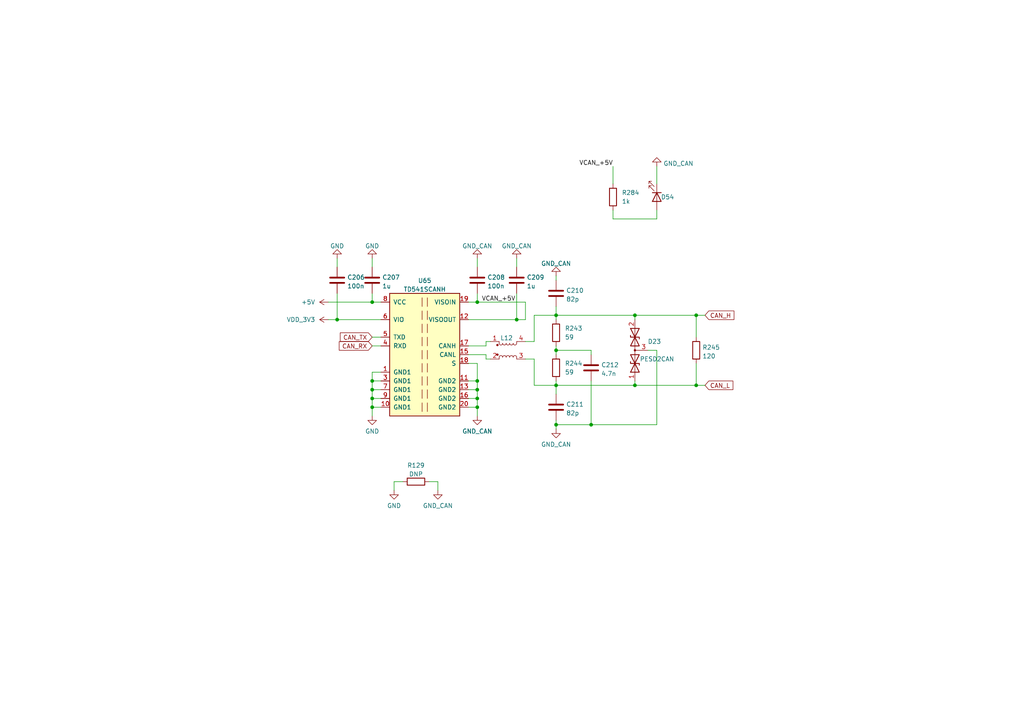
<source format=kicad_sch>
(kicad_sch (version 20231120) (generator "eeschema") (generator_version "8.0")
  (paper "A4")
  (lib_symbols
    (symbol "Device:C" (pin_numbers hide) (pin_names (offset 0.254))
      (property "Reference" "C" (at 0.635 2.54 0))
      (property "Value" "C" (at 0.635 -2.54 0))
      (symbol "C_0_1"
        (polyline (pts (xy -2.032 -0.762) (xy 2.032 -0.762)) (stroke (width 0.508)))
        (polyline (pts (xy -2.032 0.762) (xy 2.032 0.762)) (stroke (width 0.508)))
      )
      (symbol "C_1_1"
        (pin passive line (at 0 3.81 270) (length 2.794) (name "~") (number "1"))
        (pin passive line (at 0 -3.81 90) (length 2.794) (name "~") (number "2"))
      )
    )
    (symbol "Device:D_TVS_Dual_AAC" (pin_names (offset 1.016) hide)
      (property "Reference" "D" (at 0 4.445 0))
      (property "Value" "D_TVS_Dual_AAC" (at 0 2.54 0))
      (symbol "D_TVS_Dual_AAC_0_0"
        (polyline (pts (xy 0 -1.27) (xy 0 0)))
      )
      (symbol "D_TVS_Dual_AAC_0_1"
        (polyline (pts (xy -6.35 0) (xy 6.35 0)))
        (polyline (pts (xy -3.302 1.27) (xy -3.81 1.27) (xy -3.81 -1.27) (xy -4.318 -1.27)) (stroke (width 0.254)))
        (polyline (pts (xy 4.318 1.27) (xy 3.81 1.27) (xy 3.81 -1.27) (xy 3.302 -1.27)) (stroke (width 0.254)))
        (polyline (pts (xy -6.35 1.27) (xy -1.27 -1.27) (xy -1.27 1.27) (xy -6.35 -1.27) (xy -6.35 1.27)) (stroke (width 0.254)))
        (polyline (pts (xy 6.35 1.27) (xy 1.27 -1.27) (xy 1.27 1.27) (xy 6.35 -1.27) (xy 6.35 1.27)) (stroke (width 0.254)))
        (circle (center 0 0) (radius 0.254) (fill (type outline)))
      )
      (symbol "D_TVS_Dual_AAC_1_1"
        (pin passive line (at -8.89 0 0) (length 2.54) (name "A1") (number "1"))
        (pin passive line (at 8.89 0 180) (length 2.54) (name "A2") (number "2"))
        (pin input line (at 0 -3.81 90) (length 2.54) (name "common") (number "3"))
      )
    )
    (symbol "Device:LED" (pin_numbers hide) (pin_names (offset 1.016) hide)
      (property "Reference" "D" (at 0 2.54 0))
      (property "Value" "LED" (at 0 -2.54 0))
      (symbol "LED_0_1"
        (polyline (pts (xy -1.27 -1.27) (xy -1.27 1.27)) (stroke (width 0.254)))
        (polyline (pts (xy -1.27 0) (xy 1.27 0)))
        (polyline (pts (xy 1.27 -1.27) (xy 1.27 1.27) (xy -1.27 0) (xy 1.27 -1.27)) (stroke (width 0.254)))
        (polyline (pts (xy -3.048 -0.762) (xy -4.572 -2.286) (xy -3.81 -2.286) (xy -4.572 -2.286) (xy -4.572 -1.524)))
        (polyline (pts (xy -1.778 -0.762) (xy -3.302 -2.286) (xy -2.54 -2.286) (xy -3.302 -2.286) (xy -3.302 -1.524)))
      )
      (symbol "LED_1_1"
        (pin passive line (at -3.81 0 0) (length 2.54) (name "K") (number "1"))
        (pin passive line (at 3.81 0 180) (length 2.54) (name "A") (number "2"))
      )
    )
    (symbol "Device:L_Coupled_1423" (pin_names (offset 0.254) hide)
      (property "Reference" "L" (at 0 4.445 0))
      (property "Value" "L_Coupled_1423" (at 0 -4.445 0))
      (symbol "L_Coupled_1423_0_1"
        (circle (center -3.048 -1.27) (radius 0.254) (fill (type outline)))
        (circle (center -3.048 1.524) (radius 0.254) (fill (type outline)))
        (arc (start -2.54 2.032) (mid -2.032 1.5262) (end -1.524 2.032))
        (arc (start -1.524 -2.032) (mid -2.032 -1.5262) (end -2.54 -2.032))
        (arc (start -1.524 2.032) (mid -1.016 1.5262) (end -0.508 2.032))
        (arc (start -0.508 -2.032) (mid -1.016 -1.5262) (end -1.524 -2.032))
        (arc (start -0.508 2.032) (mid 0 1.5262) (end 0.508 2.032))
        (polyline (pts (xy -2.54 -2.032) (xy -2.54 -2.54)))
        (polyline (pts (xy -2.54 2.032) (xy -2.54 2.54)))
        (polyline (pts (xy 2.54 -2.032) (xy 2.54 -2.54)))
        (polyline (pts (xy 2.54 2.54) (xy 2.54 2.032)))
        (arc (start 0.508 -2.032) (mid 0 -1.5262) (end -0.508 -2.032))
        (arc (start 0.508 2.032) (mid 1.016 1.5262) (end 1.524 2.032))
        (arc (start 1.524 -2.032) (mid 1.016 -1.5262) (end 0.508 -2.032))
        (arc (start 1.524 2.032) (mid 2.032 1.5262) (end 2.54 2.032))
        (arc (start 2.54 -2.032) (mid 2.032 -1.5262) (end 1.524 -2.032))
      )
      (symbol "L_Coupled_1423_1_1"
        (pin passive line (at -5.08 2.54 0) (length 2.54) (name "1") (number "1"))
        (pin passive line (at -5.08 -2.54 0) (length 2.54) (name "2") (number "2"))
        (pin passive line (at 5.08 -2.54 180) (length 2.54) (name "3") (number "3"))
        (pin passive line (at 5.08 2.54 180) (length 2.54) (name "4") (number "4"))
      )
    )
    (symbol "Device:R" (pin_numbers hide) (pin_names (offset 0))
      (property "Reference" "R" (at 2.032 0 90))
      (property "Value" "R" (at 0 0 90))
      (symbol "R_0_1"
        (rectangle (start -1.016 -2.54) (end 1.016 2.54) (stroke (width 0.254)))
      )
      (symbol "R_1_1"
        (pin passive line (at 0 3.81 270) (length 1.27) (name "~") (number "1"))
        (pin passive line (at 0 -3.81 90) (length 1.27) (name "~") (number "2"))
      )
    )
    (symbol "GND_1" (power) (pin_names (offset 0))
      (property "Value" "GND_1" (at 0 -3.81 0))
      (symbol "GND_1_0_1"
        (polyline (pts (xy 0 0) (xy 0 -1.27) (xy 1.27 -1.27) (xy 0 -2.54) (xy -1.27 -1.27) (xy 0 -1.27)))
      )
      (symbol "GND_1_1_1"
        (pin power_in line (at 0 0 270) (length 0) hide (name "GND") (number "1"))
      )
    )
    (symbol "GND_2" (power) (pin_names (offset 0))
      (property "Value" "GND_2" (at 0 -3.81 0))
      (symbol "GND_2_0_1"
        (polyline (pts (xy 0 0) (xy 0 -1.27) (xy 1.27 -1.27) (xy 0 -2.54) (xy -1.27 -1.27) (xy 0 -1.27)))
      )
      (symbol "GND_2_1_1"
        (pin power_in line (at 0 0 270) (length 0) hide (name "GND") (number "1"))
      )
    )
    (symbol "Project_Library:GND_CAN" (power) (pin_names (offset 0))
      (property "Value" "GND_CAN" (at 0 -3.81 0))
      (symbol "GND_CAN_0_1"
        (polyline (pts (xy 0 0) (xy 0 -1.27) (xy 1.27 -1.27) (xy 0 -2.54) (xy -1.27 -1.27) (xy 0 -1.27)))
      )
      (symbol "GND_CAN_1_1"
        (pin power_in line (at 0 0 270) (length 0) hide (name "GND_CAN") (number "1"))
      )
    )
    (symbol "Project_Library:TD541SCANH" (pin_names (offset 1.016))
      (property "Reference" "U" (at -10.16 19.05 0))
      (property "Value" "TD541SCANH" (at 10.16 19.05 0))
      (symbol "TD541SCANH_0_1"
        (rectangle (start -10.16 17.78) (end 10.16 -17.78) (stroke (width 0.254)) (fill (type background)))
        (polyline (pts (xy -0.762 -13.97) (xy -0.762 -16.51)))
        (polyline (pts (xy -0.762 -10.16) (xy -0.762 -12.7)))
        (polyline (pts (xy -0.762 -6.35) (xy -0.762 -8.89)))
        (polyline (pts (xy -0.762 -2.54) (xy -0.762 -5.08)))
        (polyline (pts (xy -0.762 1.27) (xy -0.762 -1.27)))
        (polyline (pts (xy -0.762 5.08) (xy -0.762 2.54)))
        (polyline (pts (xy -0.762 8.89) (xy -0.762 6.35)))
        (polyline (pts (xy -0.762 12.7) (xy -0.762 10.16)))
        (polyline (pts (xy -0.762 16.51) (xy -0.762 13.97)))
        (polyline (pts (xy 0.762 -13.97) (xy 0.762 -16.51)))
        (polyline (pts (xy 0.762 -10.16) (xy 0.762 -12.7)))
        (polyline (pts (xy 0.762 -6.35) (xy 0.762 -8.89)))
        (polyline (pts (xy 0.762 -2.54) (xy 0.762 -5.08)))
        (polyline (pts (xy 0.762 1.27) (xy 0.762 -1.27)))
        (polyline (pts (xy 0.762 2.54) (xy 0.762 5.08)))
        (polyline (pts (xy 0.762 6.35) (xy 0.762 8.89)))
        (polyline (pts (xy 0.762 10.16) (xy 0.762 12.7)))
        (polyline (pts (xy 0.762 13.97) (xy 0.762 16.51)))
      )
      (symbol "TD541SCANH_1_1"
        (pin power_in line (at -12.7 -5.08 0) (length 2.54) (name "GND1") (number "1"))
        (pin power_in line (at -12.7 -15.24 0) (length 2.54) (name "GND1") (number "10"))
        (pin power_in line (at 12.7 -7.62 180) (length 2.54) (name "GND2") (number "11"))
        (pin power_out line (at 12.7 10.16 180) (length 2.54) (name "VISOOUT") (number "12"))
        (pin power_in line (at 12.7 -10.16 180) (length 2.54) (name "GND2") (number "13"))
        (pin no_connect line (at 3.81 -17.78 90) (length 2.54) hide (name "NC") (number "14"))
        (pin bidirectional line (at 12.7 0 180) (length 2.54) (name "CANL") (number "15"))
        (pin power_in line (at 12.7 -12.7 180) (length 2.54) (name "GND2") (number "16"))
        (pin bidirectional line (at 12.7 2.54 180) (length 2.54) (name "CANH") (number "17"))
        (pin input line (at 12.7 -2.54 180) (length 2.54) (name "S") (number "18"))
        (pin power_in line (at 12.7 15.24 180) (length 2.54) (name "VISOIN") (number "19"))
        (pin no_connect line (at -2.54 -17.78 90) (length 2.54) hide (name "NC") (number "2"))
        (pin power_in line (at 12.7 -15.24 180) (length 2.54) (name "GND2") (number "20"))
        (pin power_in line (at -12.7 -7.62 0) (length 2.54) (name "GND1") (number "3"))
        (pin output line (at -12.7 2.54 0) (length 2.54) (name "RXD") (number "4"))
        (pin input line (at -12.7 5.08 0) (length 2.54) (name "TXD") (number "5"))
        (pin power_in line (at -12.7 10.16 0) (length 2.54) (name "VIO") (number "6"))
        (pin power_in line (at -12.7 -10.16 0) (length 2.54) (name "GND1") (number "7"))
        (pin power_in line (at -12.7 15.24 0) (length 2.54) (name "VCC") (number "8"))
        (pin power_in line (at -12.7 -12.7 0) (length 2.54) (name "GND1") (number "9"))
      )
    )
    (symbol "Project_Library:VDD_3V3" (power) (pin_names (offset 0))
      (property "Value" "VDD_3V3" (at 0 3.81 0))
      (symbol "VDD_3V3_0_1"
        (polyline (pts (xy -0.762 1.27) (xy 0 2.54)))
        (polyline (pts (xy 0 0) (xy 0 2.54)))
        (polyline (pts (xy 0 2.54) (xy 0.762 1.27)))
      )
      (symbol "VDD_3V3_1_1"
        (pin power_in line (at 0 0 90) (length 0) hide (name "VDD_3V3") (number "1"))
      )
    )
    (symbol "power:+5V" (power) (pin_names (offset 0))
      (property "Value" "+5V" (at 0 3.556 0))
      (symbol "+5V_0_1"
        (polyline (pts (xy -0.762 1.27) (xy 0 2.54)))
        (polyline (pts (xy 0 0) (xy 0 2.54)))
        (polyline (pts (xy 0 2.54) (xy 0.762 1.27)))
      )
      (symbol "+5V_1_1"
        (pin power_in line (at 0 0 90) (length 0) hide (name "+5V") (number "1"))
      )
    )
  )
  (junction (at 161.29 91.44))
  (junction (at 138.43 87.63))
  (junction (at 201.93 91.44))
  (junction (at 201.93 111.76))
  (junction (at 107.95 113.03))
  (junction (at 138.43 118.11))
  (junction (at 97.79 92.71))
  (junction (at 107.95 115.57))
  (junction (at 138.43 110.49))
  (junction (at 138.43 115.57))
  (junction (at 161.29 101.6))
  (junction (at 184.15 91.44))
  (junction (at 171.45 123.19))
  (junction (at 184.15 111.76))
  (junction (at 161.29 111.76))
  (junction (at 107.95 87.63))
  (junction (at 107.95 110.49))
  (junction (at 138.43 113.03))
  (junction (at 161.29 123.19))
  (junction (at 107.95 118.11))
  (junction (at 149.86 92.71))
  (wire (pts (xy 154.94 111.76) (xy 161.29 111.76)))
  (wire (pts (xy 201.93 111.76) (xy 204.47 111.76)))
  (wire (pts (xy 161.29 121.92) (xy 161.29 123.19)))
  (wire (pts (xy 114.3 139.7) (xy 114.3 142.24)))
  (wire (pts (xy 110.49 107.95) (xy 107.95 107.95)))
  (wire (pts (xy 107.95 85.09) (xy 107.95 87.63)))
  (wire (pts (xy 127 139.7) (xy 127 142.24)))
  (wire (pts (xy 107.95 115.57) (xy 107.95 118.11)))
  (wire (pts (xy 201.93 105.41) (xy 201.93 111.76)))
  (wire (pts (xy 135.89 102.87) (xy 140.97 102.87)))
  (wire (pts (xy 135.89 110.49) (xy 138.43 110.49)))
  (wire (pts (xy 190.5 101.6) (xy 187.96 101.6)))
  (wire (pts (xy 177.8 60.96) (xy 177.8 63.5)))
  (wire (pts (xy 138.43 110.49) (xy 138.43 113.03)))
  (wire (pts (xy 161.29 91.44) (xy 184.15 91.44)))
  (wire (pts (xy 107.95 115.57) (xy 110.49 115.57)))
  (wire (pts (xy 201.93 91.44) (xy 204.47 91.44)))
  (wire (pts (xy 161.29 110.49) (xy 161.29 111.76)))
  (wire (pts (xy 107.95 74.93) (xy 107.95 77.47)))
  (wire (pts (xy 154.94 99.06) (xy 154.94 91.44)))
  (wire (pts (xy 138.43 118.11) (xy 138.43 120.65)))
  (wire (pts (xy 140.97 99.06) (xy 142.24 99.06)))
  (wire (pts (xy 107.95 107.95) (xy 107.95 110.49)))
  (wire (pts (xy 138.43 113.03) (xy 138.43 115.57)))
  (wire (pts (xy 135.89 118.11) (xy 138.43 118.11)))
  (wire (pts (xy 107.95 110.49) (xy 110.49 110.49)))
  (wire (pts (xy 110.49 92.71) (xy 97.79 92.71)))
  (wire (pts (xy 152.4 92.71) (xy 149.86 92.71)))
  (wire (pts (xy 110.49 87.63) (xy 107.95 87.63)))
  (wire (pts (xy 149.86 74.93) (xy 149.86 77.47)))
  (wire (pts (xy 140.97 100.33) (xy 140.97 99.06)))
  (wire (pts (xy 138.43 115.57) (xy 138.43 118.11)))
  (wire (pts (xy 107.95 97.79) (xy 110.49 97.79)))
  (wire (pts (xy 161.29 101.6) (xy 161.29 102.87)))
  (wire (pts (xy 154.94 91.44) (xy 161.29 91.44)))
  (wire (pts (xy 95.25 92.71) (xy 97.79 92.71)))
  (wire (pts (xy 107.95 118.11) (xy 110.49 118.11)))
  (wire (pts (xy 138.43 74.93) (xy 138.43 77.47)))
  (wire (pts (xy 161.29 101.6) (xy 161.29 100.33)))
  (wire (pts (xy 107.95 110.49) (xy 107.95 113.03)))
  (wire (pts (xy 152.4 99.06) (xy 154.94 99.06)))
  (wire (pts (xy 171.45 101.6) (xy 161.29 101.6)))
  (wire (pts (xy 177.8 48.26) (xy 177.8 53.34)))
  (wire (pts (xy 161.29 111.76) (xy 161.29 114.3)))
  (wire (pts (xy 114.3 139.7) (xy 116.84 139.7)))
  (wire (pts (xy 107.95 118.11) (xy 107.95 120.65)))
  (wire (pts (xy 201.93 91.44) (xy 184.15 91.44)))
  (wire (pts (xy 107.95 100.33) (xy 110.49 100.33)))
  (wire (pts (xy 154.94 111.76) (xy 154.94 104.14)))
  (wire (pts (xy 107.95 113.03) (xy 110.49 113.03)))
  (wire (pts (xy 177.8 63.5) (xy 190.5 63.5)))
  (wire (pts (xy 149.86 92.71) (xy 149.86 85.09)))
  (wire (pts (xy 161.29 91.44) (xy 161.29 92.71)))
  (wire (pts (xy 201.93 97.79) (xy 201.93 91.44)))
  (wire (pts (xy 190.5 101.6) (xy 190.5 123.19)))
  (wire (pts (xy 154.94 104.14) (xy 152.4 104.14)))
  (wire (pts (xy 184.15 91.44) (xy 184.15 92.71)))
  (wire (pts (xy 107.95 113.03) (xy 107.95 115.57)))
  (wire (pts (xy 184.15 110.49) (xy 184.15 111.76)))
  (wire (pts (xy 138.43 105.41) (xy 138.43 110.49)))
  (wire (pts (xy 135.89 92.71) (xy 149.86 92.71)))
  (wire (pts (xy 124.46 139.7) (xy 127 139.7)))
  (wire (pts (xy 190.5 53.34) (xy 190.5 48.26)))
  (wire (pts (xy 138.43 87.63) (xy 138.43 85.09)))
  (wire (pts (xy 161.29 123.19) (xy 161.29 124.46)))
  (wire (pts (xy 135.89 113.03) (xy 138.43 113.03)))
  (wire (pts (xy 190.5 60.96) (xy 190.5 63.5)))
  (wire (pts (xy 97.79 92.71) (xy 97.79 85.09)))
  (wire (pts (xy 161.29 88.9) (xy 161.29 91.44)))
  (wire (pts (xy 140.97 102.87) (xy 140.97 104.14)))
  (wire (pts (xy 152.4 87.63) (xy 152.4 92.71)))
  (wire (pts (xy 201.93 111.76) (xy 184.15 111.76)))
  (wire (pts (xy 97.79 74.93) (xy 97.79 77.47)))
  (wire (pts (xy 140.97 104.14) (xy 142.24 104.14)))
  (wire (pts (xy 161.29 80.01) (xy 161.29 81.28)))
  (wire (pts (xy 135.89 115.57) (xy 138.43 115.57)))
  (wire (pts (xy 171.45 102.87) (xy 171.45 101.6)))
  (wire (pts (xy 138.43 87.63) (xy 152.4 87.63)))
  (wire (pts (xy 135.89 105.41) (xy 138.43 105.41)))
  (wire (pts (xy 190.5 123.19) (xy 171.45 123.19)))
  (wire (pts (xy 171.45 110.49) (xy 171.45 123.19)))
  (wire (pts (xy 95.25 87.63) (xy 107.95 87.63)))
  (wire (pts (xy 161.29 111.76) (xy 184.15 111.76)))
  (wire (pts (xy 161.29 123.19) (xy 171.45 123.19)))
  (wire (pts (xy 135.89 87.63) (xy 138.43 87.63)))
  (wire (pts (xy 135.89 100.33) (xy 140.97 100.33)))
  (label "VCAN_+5V" (at 177.8 48.26 180))
  (label "VCAN_+5V" (at 139.7 87.63 0))
  (global_label "CAN_L" (shape input) (at 204.47 111.76 0) (property "Intersheetrefs" "${INTERSHEET_REFS}" (effects (hide yes))))
  (global_label "CAN_H" (shape input) (at 204.47 91.44 0) (property "Intersheetrefs" "${INTERSHEET_REFS}" (effects (hide yes))))
  (global_label "CAN_TX" (shape input) (at 107.95 97.79 180) (property "Intersheetrefs" "${INTERSHEET_REFS}" (effects (hide yes))))
  (global_label "CAN_RX" (shape input) (at 107.95 100.33 180) (property "Intersheetrefs" "${INTERSHEET_REFS}" (effects (hide yes))))
  (symbol (lib_id "Device:C") (at 138.43 81.28 0) (unit 1)
    (property "Reference" "C208" (at 141.351 80.4453 0) (effects (justify left)))
    (property "Value" "100n" (at 141.351 82.9822 0) (effects (justify left)))
    (property "Footprint" "Capacitor_SMD:C_0603_1608Metric" (effects (hide yes)))
  )
  (symbol (lib_id "Device:R") (at 201.93 101.6 0) (unit 1)
    (property "Reference" "R245" (at 203.708 100.7653 0) (effects (justify left)))
    (property "Value" "120" (at 203.708 103.3022 0) (effects (justify left)))
    (property "Footprint" "Resistor_SMD:R_0603_1608Metric" (effects (hide yes)))
  )
  (symbol (lib_id "Project_Library:GND_CAN") (at 138.43 120.65 0) (unit 1)
    (property "Reference" "#PWR0399" (effects (hide yes)))
    (property "Value" "GND_CAN" (at 138.43 125.0934 0))
  )
  (symbol (lib_id "Project_Library:GND_CAN") (at 161.29 124.46 0) (unit 1)
    (property "Reference" "#PWR0400" (effects (hide yes)))
    (property "Value" "GND_CAN" (at 161.29 128.9034 0))
  )
  (symbol (lib_id "Device:C") (at 161.29 118.11 0) (unit 1)
    (property "Reference" "C211" (at 164.211 117.2753 0) (effects (justify left)))
    (property "Value" "82p" (at 164.211 119.8122 0) (effects (justify left)))
    (property "Footprint" "Capacitor_SMD:C_0603_1608Metric" (effects (hide yes)))
  )
  (symbol (lib_id "Device:C") (at 107.95 81.28 0) (unit 1)
    (property "Reference" "C207" (at 110.871 80.4453 0) (effects (justify left)))
    (property "Value" "1u" (at 110.871 82.9822 0) (effects (justify left)))
    (property "Footprint" "Capacitor_SMD:C_0603_1608Metric" (effects (hide yes)))
  )
  (symbol (lib_id "Device:C") (at 149.86 81.28 0) (unit 1)
    (property "Reference" "C209" (at 152.781 80.4453 0) (effects (justify left)))
    (property "Value" "1u" (at 152.781 82.9822 0) (effects (justify left)))
    (property "Footprint" "Capacitor_SMD:C_0603_1608Metric" (effects (hide yes)))
  )
  (symbol (lib_id "Device:R") (at 177.8 57.15 0) (unit 1)
    (property "Reference" "R284" (at 180.34 55.8799 0) (effects (justify left)))
    (property "Value" "1k" (at 180.34 58.4199 0) (effects (justify left)))
    (property "Footprint" "Resistor_SMD:R_0805_2012Metric" (effects (hide yes)))
  )
  (symbol (lib_id "Project_Library:TD541SCANH") (at 123.19 102.87 0) (unit 1)
    (property "Reference" "U65" (at 123.19 81.3902 0))
    (property "Value" "TD541SCANH" (at 123.19 83.9271 0))
    (property "Footprint" "Project_Library:DFN-20-1EP_5x6mm_P1.27mm_10x13mm" (effects (hide yes)))
    (property "Datasheet" "https://www.mornsun-power.com/html/pdf/TD541SCANH.html" (effects (hide yes)))
  )
  (symbol (lib_id "power:+5V") (at 95.25 87.63 90) (unit 1)
    (property "Reference" "#PWR0398" (effects (hide yes)))
    (property "Value" "+5V" (at 91.44 87.63 90) (effects (justify left)))
  )
  (symbol (lib_id "Device:R") (at 120.65 139.7 90) (unit 1)
    (property "Reference" "R129" (at 120.65 134.9842 90))
    (property "Value" "DNP" (at 120.65 137.5211 90))
    (property "Footprint" "Resistor_SMD:R_0603_1608Metric" (effects (hide yes)))
  )
  (symbol (lib_id "Device:L_Coupled_1423") (at 147.32 101.6 0) (unit 1)
    (property "Reference" "L12" (at 146.939 98.0242 0))
    (property "Value" "DR331-513AE" (effects (hide yes)))
    (property "Footprint" "Project_Library:ACM2520-2P_TDK" (effects (hide yes)))
  )
  (symbol (lib_name "GND_2") (lib_id "power:GND") (at 107.95 74.93 180) (unit 1)
    (property "Reference" "#PWR0405" (effects (hide yes)))
    (property "Value" "GND" (at 107.95 71.3542 0))
  )
  (symbol (lib_id "Project_Library:GND_CAN") (at 149.86 74.93 180) (unit 1)
    (property "Reference" "#PWR0403" (effects (hide yes)))
    (property "Value" "GND_CAN" (at 149.86 71.3542 0))
  )
  (symbol (lib_id "Device:LED") (at 190.5 57.15 270) (unit 1)
    (property "Reference" "D54" (at 195.58 57.15 90) (effects (justify right)))
    (property "Value" "LED" (effects (hide yes)))
    (property "Footprint" "LED_SMD:LED_0805_2012Metric" (effects (hide yes)))
  )
  (symbol (lib_id "Project_Library:GND_CAN") (at 127 142.24 0) (unit 1)
    (property "Reference" "#PWR020" (effects (hide yes)))
    (property "Value" "GND_CAN" (at 127 146.6834 0))
  )
  (symbol (lib_id "Device:C") (at 161.29 85.09 0) (unit 1)
    (property "Reference" "C210" (at 164.211 84.2553 0) (effects (justify left)))
    (property "Value" "82p" (at 164.211 86.7922 0) (effects (justify left)))
    (property "Footprint" "Capacitor_SMD:C_0603_1608Metric" (effects (hide yes)))
  )
  (symbol (lib_name "GND_2") (lib_id "power:GND") (at 97.79 74.93 180) (unit 1)
    (property "Reference" "#PWR0404" (effects (hide yes)))
    (property "Value" "GND" (at 97.79 71.3542 0))
  )
  (symbol (lib_id "Device:R") (at 161.29 106.68 0) (unit 1)
    (property "Reference" "R244" (at 163.83 105.4099 0) (effects (justify left)))
    (property "Value" "59" (at 163.83 107.9499 0) (effects (justify left)))
    (property "Footprint" "Resistor_SMD:R_0603_1608Metric" (effects (hide yes)))
  )
  (symbol (lib_id "Device:C") (at 97.79 81.28 0) (unit 1)
    (property "Reference" "C206" (at 100.711 80.4453 0) (effects (justify left)))
    (property "Value" "100n" (at 100.711 82.9822 0) (effects (justify left)))
    (property "Footprint" "Capacitor_SMD:C_0603_1608Metric" (effects (hide yes)))
  )
  (symbol (lib_name "GND_1") (lib_id "power:GND") (at 107.95 120.65 0) (unit 1)
    (property "Reference" "#PWR0396" (effects (hide yes)))
    (property "Value" "GND" (at 107.95 125.0934 0))
  )
  (symbol (lib_id "Device:C") (at 171.45 106.68 0) (unit 1)
    (property "Reference" "C212" (at 174.371 105.8453 0) (effects (justify left)))
    (property "Value" "4.7n" (at 174.371 108.3822 0) (effects (justify left)))
    (property "Footprint" "Capacitor_SMD:C_0603_1608Metric" (effects (hide yes)))
  )
  (symbol (lib_id "Project_Library:VDD_3V3") (at 95.25 92.71 90) (unit 1)
    (property "Reference" "#PWR0397" (effects (hide yes)))
    (property "Value" "VDD_3V3" (at 91.44 92.71 90) (effects (justify left)))
  )
  (symbol (lib_id "Project_Library:GND_CAN") (at 161.29 80.01 180) (unit 1)
    (property "Reference" "#PWR0401" (effects (hide yes)))
    (property "Value" "GND_CAN" (at 161.29 76.4342 0))
  )
  (symbol (lib_id "Device:D_TVS_Dual_AAC") (at 184.15 101.6 90) (unit 1)
    (property "Reference" "D23" (at 191.77 99.06 90) (effects (justify left)))
    (property "Value" "PESD2CAN" (at 195.58 104.14 90) (effects (justify left)))
    (property "Footprint" "Package_TO_SOT_SMD:SOT-23" (effects (hide yes)))
  )
  (symbol (lib_id "Project_Library:GND_CAN") (at 190.5 48.26 180) (unit 1)
    (property "Reference" "#PWR0462" (effects (hide yes)))
    (property "Value" "GND_CAN" (at 192.405 47.4238 0) (effects (justify right)))
  )
  (symbol (lib_id "Project_Library:GND_CAN") (at 138.43 74.93 180) (unit 1)
    (property "Reference" "#PWR0402" (effects (hide yes)))
    (property "Value" "GND_CAN" (at 138.43 71.3542 0))
  )
  (symbol (lib_name "GND_1") (lib_id "power:GND") (at 114.3 142.24 0) (unit 1)
    (property "Reference" "#PWR0421" (effects (hide yes)))
    (property "Value" "GND" (at 114.3 146.6834 0))
  )
  (symbol (lib_id "Device:R") (at 161.29 96.52 0) (unit 1)
    (property "Reference" "R243" (at 163.83 95.2499 0) (effects (justify left)))
    (property "Value" "59" (at 163.83 97.7899 0) (effects (justify left)))
    (property "Footprint" "Resistor_SMD:R_0603_1608Metric" (effects (hide yes)))
  )
)
</source>
